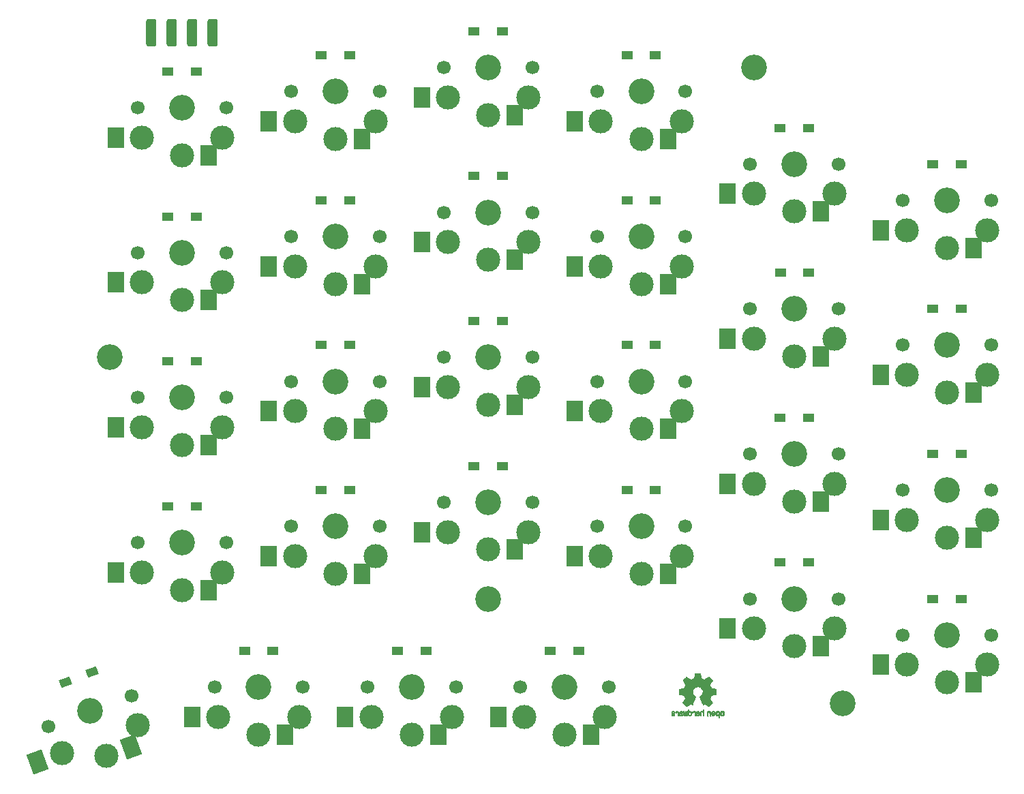
<source format=gbs>
%TF.GenerationSoftware,KiCad,Pcbnew,(7.0.0-0)*%
%TF.CreationDate,2023-03-08T00:10:09+08:00*%
%TF.ProjectId,Input,496e7075-742e-46b6-9963-61645f706362,1*%
%TF.SameCoordinates,PX7bfa480PY6052340*%
%TF.FileFunction,Soldermask,Bot*%
%TF.FilePolarity,Negative*%
%FSLAX46Y46*%
G04 Gerber Fmt 4.6, Leading zero omitted, Abs format (unit mm)*
G04 Created by KiCad (PCBNEW (7.0.0-0)) date 2023-03-08 00:10:09*
%MOMM*%
%LPD*%
G01*
G04 APERTURE LIST*
G04 Aperture macros list*
%AMRoundRect*
0 Rectangle with rounded corners*
0 $1 Rounding radius*
0 $2 $3 $4 $5 $6 $7 $8 $9 X,Y pos of 4 corners*
0 Add a 4 corners polygon primitive as box body*
4,1,4,$2,$3,$4,$5,$6,$7,$8,$9,$2,$3,0*
0 Add four circle primitives for the rounded corners*
1,1,$1+$1,$2,$3*
1,1,$1+$1,$4,$5*
1,1,$1+$1,$6,$7*
1,1,$1+$1,$8,$9*
0 Add four rect primitives between the rounded corners*
20,1,$1+$1,$2,$3,$4,$5,0*
20,1,$1+$1,$4,$5,$6,$7,0*
20,1,$1+$1,$6,$7,$8,$9,0*
20,1,$1+$1,$8,$9,$2,$3,0*%
%AMRotRect*
0 Rectangle, with rotation*
0 The origin of the aperture is its center*
0 $1 length*
0 $2 width*
0 $3 Rotation angle, in degrees counterclockwise*
0 Add horizontal line*
21,1,$1,$2,0,0,$3*%
G04 Aperture macros list end*
%ADD10C,0.010000*%
%ADD11C,3.000000*%
%ADD12C,3.200000*%
%ADD13RoundRect,0.317500X0.317500X1.397000X-0.317500X1.397000X-0.317500X-1.397000X0.317500X-1.397000X0*%
%ADD14C,1.700000*%
%ADD15R,2.000000X2.600000*%
%ADD16R,1.400000X1.000000*%
%ADD17RotRect,2.000000X2.600000X20.000000*%
%ADD18RotRect,1.400000X1.000000X200.000000*%
G04 APERTURE END LIST*
%TO.C,REF\u002A\u002A*%
G36*
X61482829Y-38951097D02*
G01*
X61542753Y-38973355D01*
X61567673Y-38990080D01*
X61592910Y-39014043D01*
X61610912Y-39044526D01*
X61622858Y-39086023D01*
X61629930Y-39143032D01*
X61633308Y-39220047D01*
X61634171Y-39321565D01*
X61634002Y-39374027D01*
X61633153Y-39445715D01*
X61631711Y-39502925D01*
X61629814Y-39540809D01*
X61627597Y-39554514D01*
X61613172Y-39549981D01*
X61584054Y-39537670D01*
X61583181Y-39537272D01*
X61568060Y-39529356D01*
X61557891Y-39518495D01*
X61551691Y-39499471D01*
X61548478Y-39467069D01*
X61547270Y-39416071D01*
X61547086Y-39341261D01*
X61546714Y-39293804D01*
X61542750Y-39204615D01*
X61533673Y-39139287D01*
X61518524Y-39094393D01*
X61496345Y-39066507D01*
X61466175Y-39052203D01*
X61461990Y-39051206D01*
X61405480Y-39050427D01*
X61361410Y-39075744D01*
X61330972Y-39126502D01*
X61325544Y-39141175D01*
X61313171Y-39173649D01*
X61306905Y-39188572D01*
X61294036Y-39186516D01*
X61265933Y-39175357D01*
X61239721Y-39156927D01*
X61227771Y-39122098D01*
X61231336Y-39097151D01*
X61253235Y-39046547D01*
X61288644Y-38999128D01*
X61330052Y-38966334D01*
X61347400Y-38958752D01*
X61413089Y-38946076D01*
X61482829Y-38951097D01*
G37*
D10*
X61482829Y-38951097D02*
X61542753Y-38973355D01*
X61567673Y-38990080D01*
X61592910Y-39014043D01*
X61610912Y-39044526D01*
X61622858Y-39086023D01*
X61629930Y-39143032D01*
X61633308Y-39220047D01*
X61634171Y-39321565D01*
X61634002Y-39374027D01*
X61633153Y-39445715D01*
X61631711Y-39502925D01*
X61629814Y-39540809D01*
X61627597Y-39554514D01*
X61613172Y-39549981D01*
X61584054Y-39537670D01*
X61583181Y-39537272D01*
X61568060Y-39529356D01*
X61557891Y-39518495D01*
X61551691Y-39499471D01*
X61548478Y-39467069D01*
X61547270Y-39416071D01*
X61547086Y-39341261D01*
X61546714Y-39293804D01*
X61542750Y-39204615D01*
X61533673Y-39139287D01*
X61518524Y-39094393D01*
X61496345Y-39066507D01*
X61466175Y-39052203D01*
X61461990Y-39051206D01*
X61405480Y-39050427D01*
X61361410Y-39075744D01*
X61330972Y-39126502D01*
X61325544Y-39141175D01*
X61313171Y-39173649D01*
X61306905Y-39188572D01*
X61294036Y-39186516D01*
X61265933Y-39175357D01*
X61239721Y-39156927D01*
X61227771Y-39122098D01*
X61231336Y-39097151D01*
X61253235Y-39046547D01*
X61288644Y-38999128D01*
X61330052Y-38966334D01*
X61347400Y-38958752D01*
X61413089Y-38946076D01*
X61482829Y-38951097D01*
G36*
X65431020Y-38917822D02*
G01*
X65498810Y-38949680D01*
X65554366Y-39004770D01*
X65565881Y-39022016D01*
X65575432Y-39041562D01*
X65582206Y-39066198D01*
X65586819Y-39100711D01*
X65589888Y-39149889D01*
X65592029Y-39218519D01*
X65593859Y-39311389D01*
X65598404Y-39569007D01*
X65560225Y-39554491D01*
X65525268Y-39541156D01*
X65499097Y-39528323D01*
X65482013Y-39511780D01*
X65472086Y-39486465D01*
X65467386Y-39447316D01*
X65465982Y-39389268D01*
X65465943Y-39307261D01*
X65465744Y-39241895D01*
X65464559Y-39179173D01*
X65461729Y-39136334D01*
X65456609Y-39108220D01*
X65448553Y-39089675D01*
X65436914Y-39075543D01*
X65408303Y-39055600D01*
X65360239Y-39048083D01*
X65312688Y-39067079D01*
X65309550Y-39069511D01*
X65299769Y-39080748D01*
X65292553Y-39098770D01*
X65287299Y-39128026D01*
X65283402Y-39172962D01*
X65280256Y-39238028D01*
X65277257Y-39327670D01*
X65270000Y-39567697D01*
X65208314Y-39540044D01*
X65146629Y-39512391D01*
X65146629Y-39293246D01*
X65146884Y-39233711D01*
X65149086Y-39150892D01*
X65154661Y-39089227D01*
X65164941Y-39043748D01*
X65181258Y-39009484D01*
X65204943Y-38981466D01*
X65237328Y-38954723D01*
X65283907Y-38927780D01*
X65357287Y-38910191D01*
X65431020Y-38917822D01*
G37*
X65431020Y-38917822D02*
X65498810Y-38949680D01*
X65554366Y-39004770D01*
X65565881Y-39022016D01*
X65575432Y-39041562D01*
X65582206Y-39066198D01*
X65586819Y-39100711D01*
X65589888Y-39149889D01*
X65592029Y-39218519D01*
X65593859Y-39311389D01*
X65598404Y-39569007D01*
X65560225Y-39554491D01*
X65525268Y-39541156D01*
X65499097Y-39528323D01*
X65482013Y-39511780D01*
X65472086Y-39486465D01*
X65467386Y-39447316D01*
X65465982Y-39389268D01*
X65465943Y-39307261D01*
X65465744Y-39241895D01*
X65464559Y-39179173D01*
X65461729Y-39136334D01*
X65456609Y-39108220D01*
X65448553Y-39089675D01*
X65436914Y-39075543D01*
X65408303Y-39055600D01*
X65360239Y-39048083D01*
X65312688Y-39067079D01*
X65309550Y-39069511D01*
X65299769Y-39080748D01*
X65292553Y-39098770D01*
X65287299Y-39128026D01*
X65283402Y-39172962D01*
X65280256Y-39238028D01*
X65277257Y-39327670D01*
X65270000Y-39567697D01*
X65208314Y-39540044D01*
X65146629Y-39512391D01*
X65146629Y-39293246D01*
X65146884Y-39233711D01*
X65149086Y-39150892D01*
X65154661Y-39089227D01*
X65164941Y-39043748D01*
X65181258Y-39009484D01*
X65204943Y-38981466D01*
X65237328Y-38954723D01*
X65283907Y-38927780D01*
X65357287Y-38910191D01*
X65431020Y-38917822D01*
G36*
X63607691Y-38966467D02*
G01*
X63612273Y-38969003D01*
X63649704Y-38998057D01*
X63683170Y-39035410D01*
X63689007Y-39043852D01*
X63700165Y-39063553D01*
X63708136Y-39086935D01*
X63713618Y-39119067D01*
X63717307Y-39165019D01*
X63719899Y-39229859D01*
X63722092Y-39318657D01*
X63722402Y-39333669D01*
X63723400Y-39430999D01*
X63721994Y-39499934D01*
X63718164Y-39540948D01*
X63711889Y-39554514D01*
X63692898Y-39550452D01*
X63660638Y-39538144D01*
X63653041Y-39534545D01*
X63641176Y-39526398D01*
X63632994Y-39513004D01*
X63627643Y-39489608D01*
X63624269Y-39451455D01*
X63622019Y-39393790D01*
X63620040Y-39311857D01*
X63619498Y-39287907D01*
X63617403Y-39212266D01*
X63614683Y-39159328D01*
X63610515Y-39124075D01*
X63604079Y-39101487D01*
X63594550Y-39086544D01*
X63581106Y-39074227D01*
X63541305Y-39052634D01*
X63492341Y-39048476D01*
X63448529Y-39064999D01*
X63417008Y-39099210D01*
X63404914Y-39148114D01*
X63404578Y-39161407D01*
X63397972Y-39185472D01*
X63378470Y-39189144D01*
X63340283Y-39174813D01*
X63331438Y-39170217D01*
X63307534Y-39143186D01*
X63307061Y-39102994D01*
X63329836Y-39047409D01*
X63350727Y-39017117D01*
X63404142Y-38974084D01*
X63470074Y-38949755D01*
X63540574Y-38946443D01*
X63607691Y-38966467D01*
G37*
X63607691Y-38966467D02*
X63612273Y-38969003D01*
X63649704Y-38998057D01*
X63683170Y-39035410D01*
X63689007Y-39043852D01*
X63700165Y-39063553D01*
X63708136Y-39086935D01*
X63713618Y-39119067D01*
X63717307Y-39165019D01*
X63719899Y-39229859D01*
X63722092Y-39318657D01*
X63722402Y-39333669D01*
X63723400Y-39430999D01*
X63721994Y-39499934D01*
X63718164Y-39540948D01*
X63711889Y-39554514D01*
X63692898Y-39550452D01*
X63660638Y-39538144D01*
X63653041Y-39534545D01*
X63641176Y-39526398D01*
X63632994Y-39513004D01*
X63627643Y-39489608D01*
X63624269Y-39451455D01*
X63622019Y-39393790D01*
X63620040Y-39311857D01*
X63619498Y-39287907D01*
X63617403Y-39212266D01*
X63614683Y-39159328D01*
X63610515Y-39124075D01*
X63604079Y-39101487D01*
X63594550Y-39086544D01*
X63581106Y-39074227D01*
X63541305Y-39052634D01*
X63492341Y-39048476D01*
X63448529Y-39064999D01*
X63417008Y-39099210D01*
X63404914Y-39148114D01*
X63404578Y-39161407D01*
X63397972Y-39185472D01*
X63378470Y-39189144D01*
X63340283Y-39174813D01*
X63331438Y-39170217D01*
X63307534Y-39143186D01*
X63307061Y-39102994D01*
X63329836Y-39047409D01*
X63350727Y-39017117D01*
X63404142Y-38974084D01*
X63470074Y-38949755D01*
X63540574Y-38946443D01*
X63607691Y-38966467D01*
G36*
X64678543Y-38749444D02*
G01*
X64725714Y-38769342D01*
X64725714Y-39166509D01*
X64725519Y-39269498D01*
X64724998Y-39362141D01*
X64724199Y-39440700D01*
X64723172Y-39501439D01*
X64721963Y-39540623D01*
X64720623Y-39554514D01*
X64720099Y-39554468D01*
X64702287Y-39549420D01*
X64669823Y-39538580D01*
X64624114Y-39522646D01*
X64624114Y-39318173D01*
X64623824Y-39237832D01*
X64622474Y-39179562D01*
X64619369Y-39139909D01*
X64613812Y-39113618D01*
X64605107Y-39095436D01*
X64592556Y-39080107D01*
X64583999Y-39071955D01*
X64537728Y-39049375D01*
X64486728Y-39051375D01*
X64439993Y-39078073D01*
X64433189Y-39084698D01*
X64422293Y-39098456D01*
X64414836Y-39116642D01*
X64410169Y-39144177D01*
X64407642Y-39185981D01*
X64406602Y-39246973D01*
X64406400Y-39332073D01*
X64406303Y-39375234D01*
X64405674Y-39446224D01*
X64404556Y-39503076D01*
X64403063Y-39540828D01*
X64401309Y-39554514D01*
X64400785Y-39554468D01*
X64382973Y-39549420D01*
X64350509Y-39538580D01*
X64304800Y-39522646D01*
X64304823Y-39317237D01*
X64304857Y-39298951D01*
X64306778Y-39203626D01*
X64312678Y-39131543D01*
X64324001Y-39077813D01*
X64342187Y-39037549D01*
X64368679Y-39005861D01*
X64404918Y-38977861D01*
X64440263Y-38960333D01*
X64496773Y-38946785D01*
X64552356Y-38946015D01*
X64595086Y-38959195D01*
X64598298Y-38961015D01*
X64608205Y-38960820D01*
X64614975Y-38945572D01*
X64619861Y-38910613D01*
X64624114Y-38851289D01*
X64631371Y-38729547D01*
X64678543Y-38749444D01*
G37*
X64678543Y-38749444D02*
X64725714Y-38769342D01*
X64725714Y-39166509D01*
X64725519Y-39269498D01*
X64724998Y-39362141D01*
X64724199Y-39440700D01*
X64723172Y-39501439D01*
X64721963Y-39540623D01*
X64720623Y-39554514D01*
X64720099Y-39554468D01*
X64702287Y-39549420D01*
X64669823Y-39538580D01*
X64624114Y-39522646D01*
X64624114Y-39318173D01*
X64623824Y-39237832D01*
X64622474Y-39179562D01*
X64619369Y-39139909D01*
X64613812Y-39113618D01*
X64605107Y-39095436D01*
X64592556Y-39080107D01*
X64583999Y-39071955D01*
X64537728Y-39049375D01*
X64486728Y-39051375D01*
X64439993Y-39078073D01*
X64433189Y-39084698D01*
X64422293Y-39098456D01*
X64414836Y-39116642D01*
X64410169Y-39144177D01*
X64407642Y-39185981D01*
X64406602Y-39246973D01*
X64406400Y-39332073D01*
X64406303Y-39375234D01*
X64405674Y-39446224D01*
X64404556Y-39503076D01*
X64403063Y-39540828D01*
X64401309Y-39554514D01*
X64400785Y-39554468D01*
X64382973Y-39549420D01*
X64350509Y-39538580D01*
X64304800Y-39522646D01*
X64304823Y-39317237D01*
X64304857Y-39298951D01*
X64306778Y-39203626D01*
X64312678Y-39131543D01*
X64324001Y-39077813D01*
X64342187Y-39037549D01*
X64368679Y-39005861D01*
X64404918Y-38977861D01*
X64440263Y-38960333D01*
X64496773Y-38946785D01*
X64552356Y-38946015D01*
X64595086Y-38959195D01*
X64598298Y-38961015D01*
X64608205Y-38960820D01*
X64614975Y-38945572D01*
X64619861Y-38910613D01*
X64624114Y-38851289D01*
X64631371Y-38729547D01*
X64678543Y-38749444D01*
G36*
X62653941Y-38949282D02*
G01*
X62685774Y-38961758D01*
X62722743Y-38978602D01*
X62722743Y-39465196D01*
X62676812Y-39511127D01*
X62666320Y-39521427D01*
X62637255Y-39544320D01*
X62607943Y-39551735D01*
X62564326Y-39548321D01*
X62546568Y-39546114D01*
X62500767Y-39541445D01*
X62468743Y-39539585D01*
X62459244Y-39539869D01*
X62420274Y-39542948D01*
X62373160Y-39548321D01*
X62358085Y-39550168D01*
X62320110Y-39550893D01*
X62292325Y-39539429D01*
X62260674Y-39511127D01*
X62214743Y-39465196D01*
X62214743Y-39205055D01*
X62215101Y-39128180D01*
X62216216Y-39054886D01*
X62217952Y-38996850D01*
X62220167Y-38958663D01*
X62222721Y-38944914D01*
X62223256Y-38944951D01*
X62241808Y-38951793D01*
X62273153Y-38966868D01*
X62315608Y-38988822D01*
X62319604Y-39217240D01*
X62323600Y-39445657D01*
X62410686Y-39445657D01*
X62414657Y-39195286D01*
X62415916Y-39127227D01*
X62417718Y-39054482D01*
X62419671Y-38996730D01*
X62421612Y-38958648D01*
X62423377Y-38944914D01*
X62423885Y-38944962D01*
X62441482Y-38950015D01*
X62473834Y-38960849D01*
X62519543Y-38976783D01*
X62519765Y-39196706D01*
X62519988Y-39234909D01*
X62521531Y-39309146D01*
X62524292Y-39371145D01*
X62527977Y-39415308D01*
X62532292Y-39436041D01*
X62547732Y-39447131D01*
X62579241Y-39450556D01*
X62613886Y-39445657D01*
X62617857Y-39195286D01*
X62619278Y-39131663D01*
X62622225Y-39056356D01*
X62626079Y-38997286D01*
X62630542Y-38958718D01*
X62635317Y-38944914D01*
X62653941Y-38949282D01*
G37*
X62653941Y-38949282D02*
X62685774Y-38961758D01*
X62722743Y-38978602D01*
X62722743Y-39465196D01*
X62676812Y-39511127D01*
X62666320Y-39521427D01*
X62637255Y-39544320D01*
X62607943Y-39551735D01*
X62564326Y-39548321D01*
X62546568Y-39546114D01*
X62500767Y-39541445D01*
X62468743Y-39539585D01*
X62459244Y-39539869D01*
X62420274Y-39542948D01*
X62373160Y-39548321D01*
X62358085Y-39550168D01*
X62320110Y-39550893D01*
X62292325Y-39539429D01*
X62260674Y-39511127D01*
X62214743Y-39465196D01*
X62214743Y-39205055D01*
X62215101Y-39128180D01*
X62216216Y-39054886D01*
X62217952Y-38996850D01*
X62220167Y-38958663D01*
X62222721Y-38944914D01*
X62223256Y-38944951D01*
X62241808Y-38951793D01*
X62273153Y-38966868D01*
X62315608Y-38988822D01*
X62319604Y-39217240D01*
X62323600Y-39445657D01*
X62410686Y-39445657D01*
X62414657Y-39195286D01*
X62415916Y-39127227D01*
X62417718Y-39054482D01*
X62419671Y-38996730D01*
X62421612Y-38958648D01*
X62423377Y-38944914D01*
X62423885Y-38944962D01*
X62441482Y-38950015D01*
X62473834Y-38960849D01*
X62519543Y-38976783D01*
X62519765Y-39196706D01*
X62519988Y-39234909D01*
X62521531Y-39309146D01*
X62524292Y-39371145D01*
X62527977Y-39415308D01*
X62532292Y-39436041D01*
X62547732Y-39447131D01*
X62579241Y-39450556D01*
X62613886Y-39445657D01*
X62617857Y-39195286D01*
X62619278Y-39131663D01*
X62622225Y-39056356D01*
X62626079Y-38997286D01*
X62630542Y-38958718D01*
X62635317Y-38944914D01*
X62653941Y-38949282D01*
G36*
X67265678Y-39230192D02*
G01*
X67265714Y-39235200D01*
X67265701Y-39250935D01*
X67264914Y-39321119D01*
X67262210Y-39370022D01*
X67256606Y-39404178D01*
X67247119Y-39430124D01*
X67232768Y-39454397D01*
X67229237Y-39459433D01*
X67191878Y-39499143D01*
X67149311Y-39529092D01*
X67127452Y-39538810D01*
X67048908Y-39555020D01*
X66971231Y-39544535D01*
X66899645Y-39508707D01*
X66839374Y-39448887D01*
X66834286Y-39440873D01*
X66817730Y-39394342D01*
X66806573Y-39329552D01*
X66801160Y-39254727D01*
X66801768Y-39185513D01*
X66948248Y-39185513D01*
X66949402Y-39281399D01*
X66949866Y-39287569D01*
X66956629Y-39340478D01*
X66968671Y-39374029D01*
X66989005Y-39397016D01*
X67023097Y-39418548D01*
X67056814Y-39419680D01*
X67091543Y-39394857D01*
X67097584Y-39388325D01*
X67109417Y-39368779D01*
X67116404Y-39340386D01*
X67119727Y-39296430D01*
X67120571Y-39230192D01*
X67119125Y-39168150D01*
X67111907Y-39109042D01*
X67097006Y-39071686D01*
X67072636Y-39052152D01*
X67037008Y-39046514D01*
X67023440Y-39047635D01*
X66985430Y-39068194D01*
X66960312Y-39114299D01*
X66948248Y-39185513D01*
X66801768Y-39185513D01*
X66801833Y-39178096D01*
X66808937Y-39107882D01*
X66822815Y-39052312D01*
X66840649Y-39015301D01*
X66890855Y-38957733D01*
X66958885Y-38921962D01*
X67042158Y-38909665D01*
X67064398Y-38910331D01*
X67129891Y-38923947D01*
X67183687Y-38958249D01*
X67233057Y-39017338D01*
X67235995Y-39021722D01*
X67249287Y-39045299D01*
X67257932Y-39071949D01*
X67262904Y-39108159D01*
X67265174Y-39160413D01*
X67265678Y-39230192D01*
G37*
X67265678Y-39230192D02*
X67265714Y-39235200D01*
X67265701Y-39250935D01*
X67264914Y-39321119D01*
X67262210Y-39370022D01*
X67256606Y-39404178D01*
X67247119Y-39430124D01*
X67232768Y-39454397D01*
X67229237Y-39459433D01*
X67191878Y-39499143D01*
X67149311Y-39529092D01*
X67127452Y-39538810D01*
X67048908Y-39555020D01*
X66971231Y-39544535D01*
X66899645Y-39508707D01*
X66839374Y-39448887D01*
X66834286Y-39440873D01*
X66817730Y-39394342D01*
X66806573Y-39329552D01*
X66801160Y-39254727D01*
X66801768Y-39185513D01*
X66948248Y-39185513D01*
X66949402Y-39281399D01*
X66949866Y-39287569D01*
X66956629Y-39340478D01*
X66968671Y-39374029D01*
X66989005Y-39397016D01*
X67023097Y-39418548D01*
X67056814Y-39419680D01*
X67091543Y-39394857D01*
X67097584Y-39388325D01*
X67109417Y-39368779D01*
X67116404Y-39340386D01*
X67119727Y-39296430D01*
X67120571Y-39230192D01*
X67119125Y-39168150D01*
X67111907Y-39109042D01*
X67097006Y-39071686D01*
X67072636Y-39052152D01*
X67037008Y-39046514D01*
X67023440Y-39047635D01*
X66985430Y-39068194D01*
X66960312Y-39114299D01*
X66948248Y-39185513D01*
X66801768Y-39185513D01*
X66801833Y-39178096D01*
X66808937Y-39107882D01*
X66822815Y-39052312D01*
X66840649Y-39015301D01*
X66890855Y-38957733D01*
X66958885Y-38921962D01*
X67042158Y-38909665D01*
X67064398Y-38910331D01*
X67129891Y-38923947D01*
X67183687Y-38958249D01*
X67233057Y-39017338D01*
X67235995Y-39021722D01*
X67249287Y-39045299D01*
X67257932Y-39071949D01*
X67262904Y-39108159D01*
X67265174Y-39160413D01*
X67265678Y-39230192D01*
G36*
X61139628Y-39206247D02*
G01*
X61140590Y-39252622D01*
X61140307Y-39291305D01*
X61136762Y-39367521D01*
X61127483Y-39423294D01*
X61110375Y-39464613D01*
X61083344Y-39497467D01*
X61044292Y-39527846D01*
X61019445Y-39541660D01*
X60979615Y-39550965D01*
X60923665Y-39550230D01*
X60892385Y-39547283D01*
X60854653Y-39538283D01*
X60824494Y-39518720D01*
X60789408Y-39482267D01*
X60784720Y-39476943D01*
X60753177Y-39435969D01*
X60738128Y-39400283D01*
X60734286Y-39357966D01*
X60734286Y-39295779D01*
X60777742Y-39312182D01*
X60809424Y-39331356D01*
X60836962Y-39376347D01*
X60842711Y-39390752D01*
X60874855Y-39431546D01*
X60918611Y-39452081D01*
X60966254Y-39450235D01*
X61010057Y-39423886D01*
X61025111Y-39407455D01*
X61038763Y-39382667D01*
X61034493Y-39360144D01*
X61009916Y-39336964D01*
X60962651Y-39310202D01*
X60890314Y-39276934D01*
X60741543Y-39211816D01*
X60737595Y-39147308D01*
X60739079Y-39106220D01*
X60836010Y-39106220D01*
X60843368Y-39131657D01*
X60876848Y-39158814D01*
X60937614Y-39189714D01*
X60947669Y-39194190D01*
X60995751Y-39215017D01*
X61031726Y-39229665D01*
X61048444Y-39235200D01*
X61050977Y-39231126D01*
X61051993Y-39206247D01*
X61048369Y-39166257D01*
X61039242Y-39127152D01*
X61010773Y-39077884D01*
X60969678Y-39050122D01*
X60920590Y-39046364D01*
X60868144Y-39069109D01*
X60853609Y-39080481D01*
X60836010Y-39106220D01*
X60739079Y-39106220D01*
X60739338Y-39099064D01*
X60761281Y-39038096D01*
X60788979Y-39004497D01*
X60846405Y-38966966D01*
X60914527Y-38948006D01*
X60984947Y-38949507D01*
X61049267Y-38973355D01*
X61063426Y-38982513D01*
X61095904Y-39010849D01*
X61118116Y-39046695D01*
X61131804Y-39095384D01*
X61138715Y-39162249D01*
X61139628Y-39206247D01*
G37*
X61139628Y-39206247D02*
X61140590Y-39252622D01*
X61140307Y-39291305D01*
X61136762Y-39367521D01*
X61127483Y-39423294D01*
X61110375Y-39464613D01*
X61083344Y-39497467D01*
X61044292Y-39527846D01*
X61019445Y-39541660D01*
X60979615Y-39550965D01*
X60923665Y-39550230D01*
X60892385Y-39547283D01*
X60854653Y-39538283D01*
X60824494Y-39518720D01*
X60789408Y-39482267D01*
X60784720Y-39476943D01*
X60753177Y-39435969D01*
X60738128Y-39400283D01*
X60734286Y-39357966D01*
X60734286Y-39295779D01*
X60777742Y-39312182D01*
X60809424Y-39331356D01*
X60836962Y-39376347D01*
X60842711Y-39390752D01*
X60874855Y-39431546D01*
X60918611Y-39452081D01*
X60966254Y-39450235D01*
X61010057Y-39423886D01*
X61025111Y-39407455D01*
X61038763Y-39382667D01*
X61034493Y-39360144D01*
X61009916Y-39336964D01*
X60962651Y-39310202D01*
X60890314Y-39276934D01*
X60741543Y-39211816D01*
X60737595Y-39147308D01*
X60739079Y-39106220D01*
X60836010Y-39106220D01*
X60843368Y-39131657D01*
X60876848Y-39158814D01*
X60937614Y-39189714D01*
X60947669Y-39194190D01*
X60995751Y-39215017D01*
X61031726Y-39229665D01*
X61048444Y-39235200D01*
X61050977Y-39231126D01*
X61051993Y-39206247D01*
X61048369Y-39166257D01*
X61039242Y-39127152D01*
X61010773Y-39077884D01*
X60969678Y-39050122D01*
X60920590Y-39046364D01*
X60868144Y-39069109D01*
X60853609Y-39080481D01*
X60836010Y-39106220D01*
X60739079Y-39106220D01*
X60739338Y-39099064D01*
X60761281Y-39038096D01*
X60788979Y-39004497D01*
X60846405Y-38966966D01*
X60914527Y-38948006D01*
X60984947Y-38949507D01*
X61049267Y-38973355D01*
X61063426Y-38982513D01*
X61095904Y-39010849D01*
X61118116Y-39046695D01*
X61131804Y-39095384D01*
X61138715Y-39162249D01*
X61139628Y-39206247D01*
G36*
X63230542Y-39245647D02*
G01*
X63230698Y-39249714D01*
X63229537Y-39306313D01*
X63221345Y-39383462D01*
X63203519Y-39441276D01*
X63173975Y-39485422D01*
X63130625Y-39521568D01*
X63089332Y-39542463D01*
X63019987Y-39554090D01*
X62950736Y-39541377D01*
X62888145Y-39505945D01*
X62838779Y-39449418D01*
X62832818Y-39438995D01*
X62824945Y-39420733D01*
X62819106Y-39397429D01*
X62814999Y-39365085D01*
X62812325Y-39319704D01*
X62810781Y-39257287D01*
X62810734Y-39251748D01*
X62911429Y-39251748D01*
X62911772Y-39304577D01*
X62913942Y-39352362D01*
X62919307Y-39383209D01*
X62929217Y-39403935D01*
X62945021Y-39421356D01*
X62948724Y-39424705D01*
X62996299Y-39449419D01*
X63046635Y-39446890D01*
X63093517Y-39417288D01*
X63107477Y-39401953D01*
X63119160Y-39381622D01*
X63125686Y-39353514D01*
X63128524Y-39310550D01*
X63129143Y-39245647D01*
X63128837Y-39196122D01*
X63126722Y-39147782D01*
X63121390Y-39116587D01*
X63111460Y-39095647D01*
X63095550Y-39078073D01*
X63086204Y-39070159D01*
X63037776Y-39048843D01*
X62987040Y-39052198D01*
X62942987Y-39080107D01*
X62933504Y-39091173D01*
X62921939Y-39112009D01*
X62915252Y-39141106D01*
X62912173Y-39185381D01*
X62911429Y-39251748D01*
X62810734Y-39251748D01*
X62810067Y-39173837D01*
X62809883Y-39065358D01*
X62809829Y-38728601D01*
X62857000Y-38748362D01*
X62869472Y-38753770D01*
X62889324Y-38765985D01*
X62900687Y-38784482D01*
X62906933Y-38816829D01*
X62911429Y-38870593D01*
X62915535Y-38918866D01*
X62920963Y-38950557D01*
X62928739Y-38962383D01*
X62940457Y-38959212D01*
X62970318Y-38948067D01*
X63023684Y-38945304D01*
X63081093Y-38955625D01*
X63130625Y-38977861D01*
X63157876Y-38998443D01*
X63192865Y-39038600D01*
X63215274Y-39090086D01*
X63227190Y-39158568D01*
X63230542Y-39245647D01*
G37*
X63230542Y-39245647D02*
X63230698Y-39249714D01*
X63229537Y-39306313D01*
X63221345Y-39383462D01*
X63203519Y-39441276D01*
X63173975Y-39485422D01*
X63130625Y-39521568D01*
X63089332Y-39542463D01*
X63019987Y-39554090D01*
X62950736Y-39541377D01*
X62888145Y-39505945D01*
X62838779Y-39449418D01*
X62832818Y-39438995D01*
X62824945Y-39420733D01*
X62819106Y-39397429D01*
X62814999Y-39365085D01*
X62812325Y-39319704D01*
X62810781Y-39257287D01*
X62810734Y-39251748D01*
X62911429Y-39251748D01*
X62911772Y-39304577D01*
X62913942Y-39352362D01*
X62919307Y-39383209D01*
X62929217Y-39403935D01*
X62945021Y-39421356D01*
X62948724Y-39424705D01*
X62996299Y-39449419D01*
X63046635Y-39446890D01*
X63093517Y-39417288D01*
X63107477Y-39401953D01*
X63119160Y-39381622D01*
X63125686Y-39353514D01*
X63128524Y-39310550D01*
X63129143Y-39245647D01*
X63128837Y-39196122D01*
X63126722Y-39147782D01*
X63121390Y-39116587D01*
X63111460Y-39095647D01*
X63095550Y-39078073D01*
X63086204Y-39070159D01*
X63037776Y-39048843D01*
X62987040Y-39052198D01*
X62942987Y-39080107D01*
X62933504Y-39091173D01*
X62921939Y-39112009D01*
X62915252Y-39141106D01*
X62912173Y-39185381D01*
X62911429Y-39251748D01*
X62810734Y-39251748D01*
X62810067Y-39173837D01*
X62809883Y-39065358D01*
X62809829Y-38728601D01*
X62857000Y-38748362D01*
X62869472Y-38753770D01*
X62889324Y-38765985D01*
X62900687Y-38784482D01*
X62906933Y-38816829D01*
X62911429Y-38870593D01*
X62915535Y-38918866D01*
X62920963Y-38950557D01*
X62928739Y-38962383D01*
X62940457Y-38959212D01*
X62970318Y-38948067D01*
X63023684Y-38945304D01*
X63081093Y-38955625D01*
X63130625Y-38977861D01*
X63157876Y-38998443D01*
X63192865Y-39038600D01*
X63215274Y-39090086D01*
X63227190Y-39158568D01*
X63230542Y-39245647D01*
G36*
X66156767Y-39142748D02*
G01*
X66162299Y-39194055D01*
X66157684Y-39304078D01*
X66155078Y-39327387D01*
X66135660Y-39410352D01*
X66100573Y-39473448D01*
X66047212Y-39521808D01*
X66044196Y-39523804D01*
X65976362Y-39552185D01*
X65905535Y-39554711D01*
X65837289Y-39533097D01*
X65777196Y-39489062D01*
X65730829Y-39424322D01*
X65730050Y-39422761D01*
X65714643Y-39382558D01*
X65703357Y-39336866D01*
X65697370Y-39293972D01*
X65697861Y-39262160D01*
X65706007Y-39249714D01*
X65713244Y-39250471D01*
X65747851Y-39264235D01*
X65787078Y-39289546D01*
X65820448Y-39318845D01*
X65837483Y-39344572D01*
X65855192Y-39379471D01*
X65891485Y-39411212D01*
X65933630Y-39423886D01*
X65949077Y-39420221D01*
X65979569Y-39401774D01*
X66006128Y-39376166D01*
X66017486Y-39352934D01*
X66017482Y-39352848D01*
X66004596Y-39342179D01*
X65970241Y-39322933D01*
X65919593Y-39297813D01*
X65857829Y-39269524D01*
X65857489Y-39269374D01*
X65790388Y-39239498D01*
X65745411Y-39217973D01*
X65718145Y-39201437D01*
X65704178Y-39186531D01*
X65699097Y-39169893D01*
X65698490Y-39148162D01*
X65702712Y-39107013D01*
X65846000Y-39107013D01*
X65860791Y-39119949D01*
X65897644Y-39139333D01*
X65898725Y-39139881D01*
X65942205Y-39160587D01*
X65981102Y-39177105D01*
X66005778Y-39184093D01*
X66015676Y-39174753D01*
X66017486Y-39142748D01*
X66009966Y-39102915D01*
X65983897Y-39066717D01*
X65946154Y-39047950D01*
X65904077Y-39049845D01*
X65865005Y-39075632D01*
X65849647Y-39093451D01*
X65846000Y-39107013D01*
X65702712Y-39107013D01*
X65703833Y-39096086D01*
X65730251Y-39025335D01*
X65774473Y-38969735D01*
X65831697Y-38931239D01*
X65897120Y-38911797D01*
X65965937Y-38913359D01*
X66033347Y-38937878D01*
X66094544Y-38987302D01*
X66128450Y-39036212D01*
X66152806Y-39106027D01*
X66156767Y-39142748D01*
G37*
X66156767Y-39142748D02*
X66162299Y-39194055D01*
X66157684Y-39304078D01*
X66155078Y-39327387D01*
X66135660Y-39410352D01*
X66100573Y-39473448D01*
X66047212Y-39521808D01*
X66044196Y-39523804D01*
X65976362Y-39552185D01*
X65905535Y-39554711D01*
X65837289Y-39533097D01*
X65777196Y-39489062D01*
X65730829Y-39424322D01*
X65730050Y-39422761D01*
X65714643Y-39382558D01*
X65703357Y-39336866D01*
X65697370Y-39293972D01*
X65697861Y-39262160D01*
X65706007Y-39249714D01*
X65713244Y-39250471D01*
X65747851Y-39264235D01*
X65787078Y-39289546D01*
X65820448Y-39318845D01*
X65837483Y-39344572D01*
X65855192Y-39379471D01*
X65891485Y-39411212D01*
X65933630Y-39423886D01*
X65949077Y-39420221D01*
X65979569Y-39401774D01*
X66006128Y-39376166D01*
X66017486Y-39352934D01*
X66017482Y-39352848D01*
X66004596Y-39342179D01*
X65970241Y-39322933D01*
X65919593Y-39297813D01*
X65857829Y-39269524D01*
X65857489Y-39269374D01*
X65790388Y-39239498D01*
X65745411Y-39217973D01*
X65718145Y-39201437D01*
X65704178Y-39186531D01*
X65699097Y-39169893D01*
X65698490Y-39148162D01*
X65702712Y-39107013D01*
X65846000Y-39107013D01*
X65860791Y-39119949D01*
X65897644Y-39139333D01*
X65898725Y-39139881D01*
X65942205Y-39160587D01*
X65981102Y-39177105D01*
X66005778Y-39184093D01*
X66015676Y-39174753D01*
X66017486Y-39142748D01*
X66009966Y-39102915D01*
X65983897Y-39066717D01*
X65946154Y-39047950D01*
X65904077Y-39049845D01*
X65865005Y-39075632D01*
X65849647Y-39093451D01*
X65846000Y-39107013D01*
X65702712Y-39107013D01*
X65703833Y-39096086D01*
X65730251Y-39025335D01*
X65774473Y-38969735D01*
X65831697Y-38931239D01*
X65897120Y-38911797D01*
X65965937Y-38913359D01*
X66033347Y-38937878D01*
X66094544Y-38987302D01*
X66128450Y-39036212D01*
X66152806Y-39106027D01*
X66156767Y-39142748D01*
G36*
X64089483Y-38960569D02*
G01*
X64139376Y-38989661D01*
X64161325Y-39012327D01*
X64203504Y-39080082D01*
X64217714Y-39153950D01*
X64217714Y-39204770D01*
X64170999Y-39185128D01*
X64138692Y-39165308D01*
X64113231Y-39124160D01*
X64110616Y-39115675D01*
X64082478Y-39072451D01*
X64040067Y-39049103D01*
X63991370Y-39048100D01*
X63944373Y-39071914D01*
X63937357Y-39078056D01*
X63913893Y-39104745D01*
X63910019Y-39128014D01*
X63927768Y-39150862D01*
X63969179Y-39176287D01*
X64036286Y-39207288D01*
X64040824Y-39209252D01*
X64115322Y-39243990D01*
X64166203Y-39274763D01*
X64197525Y-39305488D01*
X64213343Y-39340082D01*
X64217714Y-39382462D01*
X64211986Y-39429446D01*
X64183062Y-39489585D01*
X64132178Y-39532788D01*
X64095374Y-39545759D01*
X64043434Y-39552856D01*
X63992999Y-39551340D01*
X63956983Y-39540632D01*
X63953158Y-39537966D01*
X63942998Y-39519337D01*
X63950048Y-39486505D01*
X63962297Y-39460735D01*
X63981939Y-39450006D01*
X64019191Y-39450539D01*
X64070908Y-39447462D01*
X64104701Y-39426212D01*
X64116114Y-39386877D01*
X64116104Y-39385747D01*
X64109187Y-39362913D01*
X64085659Y-39341963D01*
X64039914Y-39317815D01*
X63977704Y-39288741D01*
X63936499Y-39272925D01*
X63912712Y-39273944D01*
X63901597Y-39294837D01*
X63898408Y-39338641D01*
X63898400Y-39408393D01*
X63898044Y-39451452D01*
X63896413Y-39504626D01*
X63893761Y-39541022D01*
X63890422Y-39554514D01*
X63889530Y-39554423D01*
X63870237Y-39547110D01*
X63838284Y-39531678D01*
X63794124Y-39508842D01*
X63799371Y-39303078D01*
X63799736Y-39289432D01*
X63803904Y-39193651D01*
X63811268Y-39121462D01*
X63823330Y-39068058D01*
X63841593Y-39028633D01*
X63867560Y-38998380D01*
X63902733Y-38972493D01*
X63903384Y-38972087D01*
X63960256Y-38950968D01*
X64026033Y-38947400D01*
X64089483Y-38960569D01*
G37*
X64089483Y-38960569D02*
X64139376Y-38989661D01*
X64161325Y-39012327D01*
X64203504Y-39080082D01*
X64217714Y-39153950D01*
X64217714Y-39204770D01*
X64170999Y-39185128D01*
X64138692Y-39165308D01*
X64113231Y-39124160D01*
X64110616Y-39115675D01*
X64082478Y-39072451D01*
X64040067Y-39049103D01*
X63991370Y-39048100D01*
X63944373Y-39071914D01*
X63937357Y-39078056D01*
X63913893Y-39104745D01*
X63910019Y-39128014D01*
X63927768Y-39150862D01*
X63969179Y-39176287D01*
X64036286Y-39207288D01*
X64040824Y-39209252D01*
X64115322Y-39243990D01*
X64166203Y-39274763D01*
X64197525Y-39305488D01*
X64213343Y-39340082D01*
X64217714Y-39382462D01*
X64211986Y-39429446D01*
X64183062Y-39489585D01*
X64132178Y-39532788D01*
X64095374Y-39545759D01*
X64043434Y-39552856D01*
X63992999Y-39551340D01*
X63956983Y-39540632D01*
X63953158Y-39537966D01*
X63942998Y-39519337D01*
X63950048Y-39486505D01*
X63962297Y-39460735D01*
X63981939Y-39450006D01*
X64019191Y-39450539D01*
X64070908Y-39447462D01*
X64104701Y-39426212D01*
X64116114Y-39386877D01*
X64116104Y-39385747D01*
X64109187Y-39362913D01*
X64085659Y-39341963D01*
X64039914Y-39317815D01*
X63977704Y-39288741D01*
X63936499Y-39272925D01*
X63912712Y-39273944D01*
X63901597Y-39294837D01*
X63898408Y-39338641D01*
X63898400Y-39408393D01*
X63898044Y-39451452D01*
X63896413Y-39504626D01*
X63893761Y-39541022D01*
X63890422Y-39554514D01*
X63889530Y-39554423D01*
X63870237Y-39547110D01*
X63838284Y-39531678D01*
X63794124Y-39508842D01*
X63799371Y-39303078D01*
X63799736Y-39289432D01*
X63803904Y-39193651D01*
X63811268Y-39121462D01*
X63823330Y-39068058D01*
X63841593Y-39028633D01*
X63867560Y-38998380D01*
X63902733Y-38972493D01*
X63903384Y-38972087D01*
X63960256Y-38950968D01*
X64026033Y-38947400D01*
X64089483Y-38960569D01*
G36*
X66708528Y-39228603D02*
G01*
X66709815Y-39301524D01*
X66711252Y-39413000D01*
X66711651Y-39445339D01*
X66712929Y-39553455D01*
X66713185Y-39636186D01*
X66711634Y-39696426D01*
X66707490Y-39737073D01*
X66699964Y-39761023D01*
X66688271Y-39771171D01*
X66671624Y-39770414D01*
X66649236Y-39761648D01*
X66620321Y-39747769D01*
X66614142Y-39744808D01*
X66588413Y-39730311D01*
X66574976Y-39713065D01*
X66569834Y-39684308D01*
X66568990Y-39635283D01*
X66568952Y-39547257D01*
X66478276Y-39547257D01*
X66422498Y-39544815D01*
X66378640Y-39534908D01*
X66342218Y-39514886D01*
X66339503Y-39512929D01*
X66302546Y-39479869D01*
X66276826Y-39439931D01*
X66260606Y-39387657D01*
X66252148Y-39317588D01*
X66250083Y-39238430D01*
X66394857Y-39238430D01*
X66394882Y-39251697D01*
X66396261Y-39311584D01*
X66400687Y-39350732D01*
X66409461Y-39376153D01*
X66423886Y-39394857D01*
X66424784Y-39395750D01*
X66460237Y-39419952D01*
X66494596Y-39417567D01*
X66533403Y-39388260D01*
X66542895Y-39378244D01*
X66556876Y-39357708D01*
X66564760Y-39330997D01*
X66568245Y-39290499D01*
X66569029Y-39228603D01*
X66568350Y-39191130D01*
X66560983Y-39122980D01*
X66544168Y-39078330D01*
X66516234Y-39053926D01*
X66475509Y-39046514D01*
X66458350Y-39048094D01*
X66428660Y-39063766D01*
X66409031Y-39098691D01*
X66398188Y-39155901D01*
X66394857Y-39238430D01*
X66250083Y-39238430D01*
X66249714Y-39224267D01*
X66250253Y-39156169D01*
X66252707Y-39104587D01*
X66258158Y-39068816D01*
X66267686Y-39042015D01*
X66282371Y-39017338D01*
X66295852Y-38998480D01*
X66344799Y-38947568D01*
X66400256Y-38919918D01*
X66469928Y-38911165D01*
X66549664Y-38919890D01*
X66618595Y-38951185D01*
X66673113Y-39006381D01*
X66677223Y-39012224D01*
X66686808Y-39027753D01*
X66694151Y-39045498D01*
X66699612Y-39069290D01*
X66703550Y-39102958D01*
X66706323Y-39150333D01*
X66708292Y-39215245D01*
X66708528Y-39228603D01*
G37*
X66708528Y-39228603D02*
X66709815Y-39301524D01*
X66711252Y-39413000D01*
X66711651Y-39445339D01*
X66712929Y-39553455D01*
X66713185Y-39636186D01*
X66711634Y-39696426D01*
X66707490Y-39737073D01*
X66699964Y-39761023D01*
X66688271Y-39771171D01*
X66671624Y-39770414D01*
X66649236Y-39761648D01*
X66620321Y-39747769D01*
X66614142Y-39744808D01*
X66588413Y-39730311D01*
X66574976Y-39713065D01*
X66569834Y-39684308D01*
X66568990Y-39635283D01*
X66568952Y-39547257D01*
X66478276Y-39547257D01*
X66422498Y-39544815D01*
X66378640Y-39534908D01*
X66342218Y-39514886D01*
X66339503Y-39512929D01*
X66302546Y-39479869D01*
X66276826Y-39439931D01*
X66260606Y-39387657D01*
X66252148Y-39317588D01*
X66250083Y-39238430D01*
X66394857Y-39238430D01*
X66394882Y-39251697D01*
X66396261Y-39311584D01*
X66400687Y-39350732D01*
X66409461Y-39376153D01*
X66423886Y-39394857D01*
X66424784Y-39395750D01*
X66460237Y-39419952D01*
X66494596Y-39417567D01*
X66533403Y-39388260D01*
X66542895Y-39378244D01*
X66556876Y-39357708D01*
X66564760Y-39330997D01*
X66568245Y-39290499D01*
X66569029Y-39228603D01*
X66568350Y-39191130D01*
X66560983Y-39122980D01*
X66544168Y-39078330D01*
X66516234Y-39053926D01*
X66475509Y-39046514D01*
X66458350Y-39048094D01*
X66428660Y-39063766D01*
X66409031Y-39098691D01*
X66398188Y-39155901D01*
X66394857Y-39238430D01*
X66250083Y-39238430D01*
X66249714Y-39224267D01*
X66250253Y-39156169D01*
X66252707Y-39104587D01*
X66258158Y-39068816D01*
X66267686Y-39042015D01*
X66282371Y-39017338D01*
X66295852Y-38998480D01*
X66344799Y-38947568D01*
X66400256Y-38919918D01*
X66469928Y-38911165D01*
X66549664Y-38919890D01*
X66618595Y-38951185D01*
X66673113Y-39006381D01*
X66677223Y-39012224D01*
X66686808Y-39027753D01*
X66694151Y-39045498D01*
X66699612Y-39069290D01*
X66703550Y-39102958D01*
X66706323Y-39150333D01*
X66708292Y-39215245D01*
X66708528Y-39228603D01*
G36*
X61967495Y-38946220D02*
G01*
X61998599Y-38954121D01*
X62027559Y-38973817D01*
X62064831Y-39010484D01*
X62088801Y-39036378D01*
X62113770Y-39069997D01*
X62125031Y-39101506D01*
X62127657Y-39141485D01*
X62127657Y-39206917D01*
X62083035Y-39183842D01*
X62047673Y-39155724D01*
X62023451Y-39117848D01*
X62019291Y-39107551D01*
X61987594Y-39067637D01*
X61943554Y-39047624D01*
X61895531Y-39049572D01*
X61851886Y-39075543D01*
X61833420Y-39096635D01*
X61822663Y-39123619D01*
X61834178Y-39147634D01*
X61869981Y-39171791D01*
X61932090Y-39199199D01*
X61941515Y-39202985D01*
X61998058Y-39227759D01*
X62046580Y-39252189D01*
X62077451Y-39271486D01*
X62108371Y-39305953D01*
X62128927Y-39360957D01*
X62126744Y-39419983D01*
X62102424Y-39475845D01*
X62056568Y-39521355D01*
X62019438Y-39540727D01*
X61947711Y-39554292D01*
X61907852Y-39552462D01*
X61870953Y-39542568D01*
X61856797Y-39521806D01*
X61862091Y-39487613D01*
X61863631Y-39483092D01*
X61875842Y-39459116D01*
X61896174Y-39450042D01*
X61934908Y-39450649D01*
X61962257Y-39451474D01*
X61994257Y-39444392D01*
X62016182Y-39423219D01*
X62028670Y-39397152D01*
X62030062Y-39369845D01*
X62029998Y-39369685D01*
X62013807Y-39354930D01*
X61979155Y-39333457D01*
X61934321Y-39309458D01*
X61887582Y-39287125D01*
X61847217Y-39270652D01*
X61821504Y-39264229D01*
X61817679Y-39270518D01*
X61812864Y-39300115D01*
X61809566Y-39348447D01*
X61808343Y-39409372D01*
X61808058Y-39451542D01*
X61806718Y-39504653D01*
X61804528Y-39541025D01*
X61801769Y-39554514D01*
X61787344Y-39549981D01*
X61758226Y-39537670D01*
X61721257Y-39520826D01*
X61721257Y-39304721D01*
X61721493Y-39249327D01*
X61723729Y-39165207D01*
X61729423Y-39102800D01*
X61739903Y-39057358D01*
X61756497Y-39024133D01*
X61780531Y-38998378D01*
X61813333Y-38975344D01*
X61855124Y-38956335D01*
X61932287Y-38944914D01*
X61967495Y-38946220D01*
G37*
X61967495Y-38946220D02*
X61998599Y-38954121D01*
X62027559Y-38973817D01*
X62064831Y-39010484D01*
X62088801Y-39036378D01*
X62113770Y-39069997D01*
X62125031Y-39101506D01*
X62127657Y-39141485D01*
X62127657Y-39206917D01*
X62083035Y-39183842D01*
X62047673Y-39155724D01*
X62023451Y-39117848D01*
X62019291Y-39107551D01*
X61987594Y-39067637D01*
X61943554Y-39047624D01*
X61895531Y-39049572D01*
X61851886Y-39075543D01*
X61833420Y-39096635D01*
X61822663Y-39123619D01*
X61834178Y-39147634D01*
X61869981Y-39171791D01*
X61932090Y-39199199D01*
X61941515Y-39202985D01*
X61998058Y-39227759D01*
X62046580Y-39252189D01*
X62077451Y-39271486D01*
X62108371Y-39305953D01*
X62128927Y-39360957D01*
X62126744Y-39419983D01*
X62102424Y-39475845D01*
X62056568Y-39521355D01*
X62019438Y-39540727D01*
X61947711Y-39554292D01*
X61907852Y-39552462D01*
X61870953Y-39542568D01*
X61856797Y-39521806D01*
X61862091Y-39487613D01*
X61863631Y-39483092D01*
X61875842Y-39459116D01*
X61896174Y-39450042D01*
X61934908Y-39450649D01*
X61962257Y-39451474D01*
X61994257Y-39444392D01*
X62016182Y-39423219D01*
X62028670Y-39397152D01*
X62030062Y-39369845D01*
X62029998Y-39369685D01*
X62013807Y-39354930D01*
X61979155Y-39333457D01*
X61934321Y-39309458D01*
X61887582Y-39287125D01*
X61847217Y-39270652D01*
X61821504Y-39264229D01*
X61817679Y-39270518D01*
X61812864Y-39300115D01*
X61809566Y-39348447D01*
X61808343Y-39409372D01*
X61808058Y-39451542D01*
X61806718Y-39504653D01*
X61804528Y-39541025D01*
X61801769Y-39554514D01*
X61787344Y-39549981D01*
X61758226Y-39537670D01*
X61721257Y-39520826D01*
X61721257Y-39304721D01*
X61721493Y-39249327D01*
X61723729Y-39165207D01*
X61729423Y-39102800D01*
X61739903Y-39057358D01*
X61756497Y-39024133D01*
X61780531Y-38998378D01*
X61813333Y-38975344D01*
X61855124Y-38956335D01*
X61932287Y-38944914D01*
X61967495Y-38946220D01*
G36*
X64113933Y-34242371D02*
G01*
X64189856Y-34242865D01*
X64244491Y-34244135D01*
X64281500Y-34246547D01*
X64304547Y-34250467D01*
X64317296Y-34256262D01*
X64323411Y-34264299D01*
X64326556Y-34274943D01*
X64326646Y-34275325D01*
X64331814Y-34300347D01*
X64341209Y-34348681D01*
X64353867Y-34415260D01*
X64368825Y-34495014D01*
X64385119Y-34582875D01*
X64386448Y-34590064D01*
X64402691Y-34675340D01*
X64417805Y-34750242D01*
X64430808Y-34810219D01*
X64440715Y-34850717D01*
X64446544Y-34867184D01*
X64446575Y-34867210D01*
X64464943Y-34876320D01*
X64502640Y-34891457D01*
X64551543Y-34909358D01*
X64554297Y-34910330D01*
X64616817Y-34933959D01*
X64689543Y-34963595D01*
X64757294Y-34993062D01*
X64868703Y-35043626D01*
X65115399Y-34875160D01*
X65132775Y-34863311D01*
X65207202Y-34812947D01*
X65273614Y-34768612D01*
X65328039Y-34732916D01*
X65366506Y-34708471D01*
X65385042Y-34697889D01*
X65397743Y-34700315D01*
X65426579Y-34719110D01*
X65471143Y-34756330D01*
X65532670Y-34813020D01*
X65612398Y-34890227D01*
X65619532Y-34897255D01*
X65682796Y-34960222D01*
X65738990Y-35017268D01*
X65784677Y-35064817D01*
X65816414Y-35099297D01*
X65830764Y-35117131D01*
X65830810Y-35117217D01*
X65832633Y-35130795D01*
X65825910Y-35152820D01*
X65808946Y-35186304D01*
X65780044Y-35234261D01*
X65737508Y-35299704D01*
X65679644Y-35385645D01*
X65669783Y-35400151D01*
X65619913Y-35473635D01*
X65575905Y-35538687D01*
X65540380Y-35591417D01*
X65515959Y-35627936D01*
X65505264Y-35644356D01*
X65504458Y-35647834D01*
X65509518Y-35673785D01*
X65524677Y-35716159D01*
X65547463Y-35767728D01*
X65578429Y-35835170D01*
X65613004Y-35915195D01*
X65642366Y-35987629D01*
X65649645Y-36006377D01*
X65668710Y-36054246D01*
X65682715Y-36087596D01*
X65689041Y-36100114D01*
X65696025Y-36101050D01*
X65727413Y-36106461D01*
X65778787Y-36115806D01*
X65844802Y-36128069D01*
X65920113Y-36142232D01*
X65999375Y-36157280D01*
X66077243Y-36172195D01*
X66148370Y-36185961D01*
X66207412Y-36197562D01*
X66249022Y-36205980D01*
X66267857Y-36210199D01*
X66270980Y-36211389D01*
X66278591Y-36217805D01*
X66284254Y-36231465D01*
X66288251Y-36255999D01*
X66290866Y-36295038D01*
X66292384Y-36352213D01*
X66293086Y-36431154D01*
X66293257Y-36535492D01*
X66293257Y-36852799D01*
X66217057Y-36867839D01*
X66207840Y-36869642D01*
X66158891Y-36878980D01*
X66091205Y-36891669D01*
X66012478Y-36906273D01*
X65930400Y-36921355D01*
X65898078Y-36927422D01*
X65825855Y-36942181D01*
X65765666Y-36956137D01*
X65723040Y-36967952D01*
X65703510Y-36976287D01*
X65694660Y-36989905D01*
X65678548Y-37025938D01*
X65662065Y-37072572D01*
X65656263Y-37090034D01*
X65634906Y-37147358D01*
X65607359Y-37215201D01*
X65578107Y-37282355D01*
X65562463Y-37317430D01*
X65540174Y-37369822D01*
X65524857Y-37409058D01*
X65519162Y-37428563D01*
X65519478Y-37430036D01*
X65530281Y-37450729D01*
X65554638Y-37490665D01*
X65590081Y-37545972D01*
X65634136Y-37612781D01*
X65684332Y-37687220D01*
X65849501Y-37929623D01*
X65632503Y-38146983D01*
X65611516Y-38167899D01*
X65547342Y-38230505D01*
X65489990Y-38284495D01*
X65442820Y-38326826D01*
X65409192Y-38354457D01*
X65392467Y-38364343D01*
X65374303Y-38356821D01*
X65336265Y-38335227D01*
X65282726Y-38302151D01*
X65217884Y-38260191D01*
X65145940Y-38211943D01*
X65075275Y-38164291D01*
X65011526Y-38122328D01*
X64959513Y-38089165D01*
X64923279Y-38067378D01*
X64906867Y-38059543D01*
X64905905Y-38059614D01*
X64884103Y-38067338D01*
X64845440Y-38085323D01*
X64797612Y-38110013D01*
X64797110Y-38110284D01*
X64733587Y-38142099D01*
X64690060Y-38157642D01*
X64663052Y-38157685D01*
X64649090Y-38143000D01*
X64643180Y-38128544D01*
X64627229Y-38089831D01*
X64602660Y-38030316D01*
X64570779Y-37953165D01*
X64532893Y-37861541D01*
X64490310Y-37758607D01*
X64444337Y-37647526D01*
X64402667Y-37546472D01*
X64360268Y-37442780D01*
X64322756Y-37350119D01*
X64291388Y-37271642D01*
X64267425Y-37210500D01*
X64252123Y-37169843D01*
X64246743Y-37152825D01*
X64257018Y-37137219D01*
X64285563Y-37111162D01*
X64325971Y-37080887D01*
X64422979Y-37001684D01*
X64509793Y-36900475D01*
X64573322Y-36789116D01*
X64613177Y-36670893D01*
X64628965Y-36549095D01*
X64620296Y-36427010D01*
X64586778Y-36307925D01*
X64528021Y-36195129D01*
X64443632Y-36091911D01*
X64399631Y-36051713D01*
X64294211Y-35980638D01*
X64181410Y-35934301D01*
X64064525Y-35911599D01*
X63946853Y-35911428D01*
X63831690Y-35932687D01*
X63722335Y-35974270D01*
X63622083Y-36035076D01*
X63534233Y-36114001D01*
X63462080Y-36209941D01*
X63408922Y-36321795D01*
X63378057Y-36448457D01*
X63372392Y-36509507D01*
X63380185Y-36641776D01*
X63415284Y-36767266D01*
X63476649Y-36883759D01*
X63563243Y-36989039D01*
X63674029Y-37080887D01*
X63712931Y-37109930D01*
X63742104Y-37136272D01*
X63753257Y-37152800D01*
X63748810Y-37167209D01*
X63734378Y-37205815D01*
X63711173Y-37265201D01*
X63680452Y-37342215D01*
X63643474Y-37433703D01*
X63601496Y-37536516D01*
X63555778Y-37647502D01*
X63514178Y-37748072D01*
X63471222Y-37851947D01*
X63432829Y-37944819D01*
X63400305Y-38023525D01*
X63374958Y-38084899D01*
X63358095Y-38125779D01*
X63351025Y-38143000D01*
X63350943Y-38143204D01*
X63336798Y-38157745D01*
X63309659Y-38157579D01*
X63266023Y-38141927D01*
X63202388Y-38110013D01*
X63197379Y-38107326D01*
X63150125Y-38083150D01*
X63112811Y-38066037D01*
X63093133Y-38059543D01*
X63077005Y-38067218D01*
X63040959Y-38088871D01*
X62989092Y-38121928D01*
X62925445Y-38163810D01*
X62854060Y-38211943D01*
X62783724Y-38259131D01*
X62718670Y-38301267D01*
X62664820Y-38334578D01*
X62626374Y-38356469D01*
X62607534Y-38364343D01*
X62604325Y-38363343D01*
X62581954Y-38347584D01*
X62543733Y-38315033D01*
X62493021Y-38268733D01*
X62433181Y-38211726D01*
X62367571Y-38147058D01*
X62150648Y-37929772D01*
X62319601Y-37681253D01*
X62488553Y-37432733D01*
X62437183Y-37321595D01*
X62437031Y-37321266D01*
X62406183Y-37250418D01*
X62374661Y-37171523D01*
X62349266Y-37101600D01*
X62345423Y-37090322D01*
X62326047Y-37037967D01*
X62308574Y-36997283D01*
X62296388Y-36976287D01*
X62291426Y-36973322D01*
X62261634Y-36963375D01*
X62211047Y-36950505D01*
X62145194Y-36936053D01*
X62069600Y-36921355D01*
X62046957Y-36917210D01*
X61965038Y-36902116D01*
X61888600Y-36887899D01*
X61825337Y-36875995D01*
X61782943Y-36867839D01*
X61706743Y-36852799D01*
X61706743Y-36535492D01*
X61706760Y-36496476D01*
X61707082Y-36401292D01*
X61708033Y-36330255D01*
X61709896Y-36279734D01*
X61712955Y-36246098D01*
X61717494Y-36225718D01*
X61723795Y-36214962D01*
X61732143Y-36210199D01*
X61740224Y-36208270D01*
X61773172Y-36201445D01*
X61825736Y-36191022D01*
X61892569Y-36178018D01*
X61968328Y-36163449D01*
X62047665Y-36148333D01*
X62125237Y-36133685D01*
X62195698Y-36120523D01*
X62253702Y-36109863D01*
X62293904Y-36102721D01*
X62310959Y-36100114D01*
X62312112Y-36098541D01*
X62321385Y-36078119D01*
X62337432Y-36039045D01*
X62357635Y-35987629D01*
X62385672Y-35918353D01*
X62420186Y-35838290D01*
X62452538Y-35767728D01*
X62459952Y-35751889D01*
X62480755Y-35702293D01*
X62493219Y-35664038D01*
X62494863Y-35644356D01*
X62494015Y-35642962D01*
X62480548Y-35622420D01*
X62453850Y-35582516D01*
X62416539Y-35527140D01*
X62371234Y-35460177D01*
X62320552Y-35385517D01*
X62263445Y-35300692D01*
X62220607Y-35234800D01*
X62191460Y-35186478D01*
X62174317Y-35152733D01*
X62167495Y-35130572D01*
X62169306Y-35117002D01*
X62169915Y-35115984D01*
X62186297Y-35096210D01*
X62219695Y-35060175D01*
X62266671Y-35011451D01*
X62323786Y-34953612D01*
X62387603Y-34890227D01*
X62453802Y-34825905D01*
X62518648Y-34765447D01*
X62566299Y-34724655D01*
X62597990Y-34702484D01*
X62614958Y-34697889D01*
X62617175Y-34698921D01*
X62640524Y-34712837D01*
X62682912Y-34740030D01*
X62740369Y-34777889D01*
X62808923Y-34823803D01*
X62884601Y-34875160D01*
X63131298Y-35043626D01*
X63242706Y-34993062D01*
X63245943Y-34991597D01*
X63314343Y-34961965D01*
X63386907Y-34932493D01*
X63448457Y-34909358D01*
X63448729Y-34909262D01*
X63497595Y-34891367D01*
X63535212Y-34876253D01*
X63553457Y-34867184D01*
X63553752Y-34866855D01*
X63559946Y-34848282D01*
X63570139Y-34806045D01*
X63583348Y-34744696D01*
X63598590Y-34668789D01*
X63614881Y-34582875D01*
X63615449Y-34579796D01*
X63631713Y-34492128D01*
X63646608Y-34412741D01*
X63659171Y-34346701D01*
X63668438Y-34299079D01*
X63673444Y-34274943D01*
X63673764Y-34273605D01*
X63677060Y-34263273D01*
X63683738Y-34255506D01*
X63697462Y-34249940D01*
X63721895Y-34246207D01*
X63760702Y-34243942D01*
X63817546Y-34242778D01*
X63896090Y-34242348D01*
X64000000Y-34242286D01*
X64013056Y-34242286D01*
X64113933Y-34242371D01*
G37*
X64113933Y-34242371D02*
X64189856Y-34242865D01*
X64244491Y-34244135D01*
X64281500Y-34246547D01*
X64304547Y-34250467D01*
X64317296Y-34256262D01*
X64323411Y-34264299D01*
X64326556Y-34274943D01*
X64326646Y-34275325D01*
X64331814Y-34300347D01*
X64341209Y-34348681D01*
X64353867Y-34415260D01*
X64368825Y-34495014D01*
X64385119Y-34582875D01*
X64386448Y-34590064D01*
X64402691Y-34675340D01*
X64417805Y-34750242D01*
X64430808Y-34810219D01*
X64440715Y-34850717D01*
X64446544Y-34867184D01*
X64446575Y-34867210D01*
X64464943Y-34876320D01*
X64502640Y-34891457D01*
X64551543Y-34909358D01*
X64554297Y-34910330D01*
X64616817Y-34933959D01*
X64689543Y-34963595D01*
X64757294Y-34993062D01*
X64868703Y-35043626D01*
X65115399Y-34875160D01*
X65132775Y-34863311D01*
X65207202Y-34812947D01*
X65273614Y-34768612D01*
X65328039Y-34732916D01*
X65366506Y-34708471D01*
X65385042Y-34697889D01*
X65397743Y-34700315D01*
X65426579Y-34719110D01*
X65471143Y-34756330D01*
X65532670Y-34813020D01*
X65612398Y-34890227D01*
X65619532Y-34897255D01*
X65682796Y-34960222D01*
X65738990Y-35017268D01*
X65784677Y-35064817D01*
X65816414Y-35099297D01*
X65830764Y-35117131D01*
X65830810Y-35117217D01*
X65832633Y-35130795D01*
X65825910Y-35152820D01*
X65808946Y-35186304D01*
X65780044Y-35234261D01*
X65737508Y-35299704D01*
X65679644Y-35385645D01*
X65669783Y-35400151D01*
X65619913Y-35473635D01*
X65575905Y-35538687D01*
X65540380Y-35591417D01*
X65515959Y-35627936D01*
X65505264Y-35644356D01*
X65504458Y-35647834D01*
X65509518Y-35673785D01*
X65524677Y-35716159D01*
X65547463Y-35767728D01*
X65578429Y-35835170D01*
X65613004Y-35915195D01*
X65642366Y-35987629D01*
X65649645Y-36006377D01*
X65668710Y-36054246D01*
X65682715Y-36087596D01*
X65689041Y-36100114D01*
X65696025Y-36101050D01*
X65727413Y-36106461D01*
X65778787Y-36115806D01*
X65844802Y-36128069D01*
X65920113Y-36142232D01*
X65999375Y-36157280D01*
X66077243Y-36172195D01*
X66148370Y-36185961D01*
X66207412Y-36197562D01*
X66249022Y-36205980D01*
X66267857Y-36210199D01*
X66270980Y-36211389D01*
X66278591Y-36217805D01*
X66284254Y-36231465D01*
X66288251Y-36255999D01*
X66290866Y-36295038D01*
X66292384Y-36352213D01*
X66293086Y-36431154D01*
X66293257Y-36535492D01*
X66293257Y-36852799D01*
X66217057Y-36867839D01*
X66207840Y-36869642D01*
X66158891Y-36878980D01*
X66091205Y-36891669D01*
X66012478Y-36906273D01*
X65930400Y-36921355D01*
X65898078Y-36927422D01*
X65825855Y-36942181D01*
X65765666Y-36956137D01*
X65723040Y-36967952D01*
X65703510Y-36976287D01*
X65694660Y-36989905D01*
X65678548Y-37025938D01*
X65662065Y-37072572D01*
X65656263Y-37090034D01*
X65634906Y-37147358D01*
X65607359Y-37215201D01*
X65578107Y-37282355D01*
X65562463Y-37317430D01*
X65540174Y-37369822D01*
X65524857Y-37409058D01*
X65519162Y-37428563D01*
X65519478Y-37430036D01*
X65530281Y-37450729D01*
X65554638Y-37490665D01*
X65590081Y-37545972D01*
X65634136Y-37612781D01*
X65684332Y-37687220D01*
X65849501Y-37929623D01*
X65632503Y-38146983D01*
X65611516Y-38167899D01*
X65547342Y-38230505D01*
X65489990Y-38284495D01*
X65442820Y-38326826D01*
X65409192Y-38354457D01*
X65392467Y-38364343D01*
X65374303Y-38356821D01*
X65336265Y-38335227D01*
X65282726Y-38302151D01*
X65217884Y-38260191D01*
X65145940Y-38211943D01*
X65075275Y-38164291D01*
X65011526Y-38122328D01*
X64959513Y-38089165D01*
X64923279Y-38067378D01*
X64906867Y-38059543D01*
X64905905Y-38059614D01*
X64884103Y-38067338D01*
X64845440Y-38085323D01*
X64797612Y-38110013D01*
X64797110Y-38110284D01*
X64733587Y-38142099D01*
X64690060Y-38157642D01*
X64663052Y-38157685D01*
X64649090Y-38143000D01*
X64643180Y-38128544D01*
X64627229Y-38089831D01*
X64602660Y-38030316D01*
X64570779Y-37953165D01*
X64532893Y-37861541D01*
X64490310Y-37758607D01*
X64444337Y-37647526D01*
X64402667Y-37546472D01*
X64360268Y-37442780D01*
X64322756Y-37350119D01*
X64291388Y-37271642D01*
X64267425Y-37210500D01*
X64252123Y-37169843D01*
X64246743Y-37152825D01*
X64257018Y-37137219D01*
X64285563Y-37111162D01*
X64325971Y-37080887D01*
X64422979Y-37001684D01*
X64509793Y-36900475D01*
X64573322Y-36789116D01*
X64613177Y-36670893D01*
X64628965Y-36549095D01*
X64620296Y-36427010D01*
X64586778Y-36307925D01*
X64528021Y-36195129D01*
X64443632Y-36091911D01*
X64399631Y-36051713D01*
X64294211Y-35980638D01*
X64181410Y-35934301D01*
X64064525Y-35911599D01*
X63946853Y-35911428D01*
X63831690Y-35932687D01*
X63722335Y-35974270D01*
X63622083Y-36035076D01*
X63534233Y-36114001D01*
X63462080Y-36209941D01*
X63408922Y-36321795D01*
X63378057Y-36448457D01*
X63372392Y-36509507D01*
X63380185Y-36641776D01*
X63415284Y-36767266D01*
X63476649Y-36883759D01*
X63563243Y-36989039D01*
X63674029Y-37080887D01*
X63712931Y-37109930D01*
X63742104Y-37136272D01*
X63753257Y-37152800D01*
X63748810Y-37167209D01*
X63734378Y-37205815D01*
X63711173Y-37265201D01*
X63680452Y-37342215D01*
X63643474Y-37433703D01*
X63601496Y-37536516D01*
X63555778Y-37647502D01*
X63514178Y-37748072D01*
X63471222Y-37851947D01*
X63432829Y-37944819D01*
X63400305Y-38023525D01*
X63374958Y-38084899D01*
X63358095Y-38125779D01*
X63351025Y-38143000D01*
X63350943Y-38143204D01*
X63336798Y-38157745D01*
X63309659Y-38157579D01*
X63266023Y-38141927D01*
X63202388Y-38110013D01*
X63197379Y-38107326D01*
X63150125Y-38083150D01*
X63112811Y-38066037D01*
X63093133Y-38059543D01*
X63077005Y-38067218D01*
X63040959Y-38088871D01*
X62989092Y-38121928D01*
X62925445Y-38163810D01*
X62854060Y-38211943D01*
X62783724Y-38259131D01*
X62718670Y-38301267D01*
X62664820Y-38334578D01*
X62626374Y-38356469D01*
X62607534Y-38364343D01*
X62604325Y-38363343D01*
X62581954Y-38347584D01*
X62543733Y-38315033D01*
X62493021Y-38268733D01*
X62433181Y-38211726D01*
X62367571Y-38147058D01*
X62150648Y-37929772D01*
X62319601Y-37681253D01*
X62488553Y-37432733D01*
X62437183Y-37321595D01*
X62437031Y-37321266D01*
X62406183Y-37250418D01*
X62374661Y-37171523D01*
X62349266Y-37101600D01*
X62345423Y-37090322D01*
X62326047Y-37037967D01*
X62308574Y-36997283D01*
X62296388Y-36976287D01*
X62291426Y-36973322D01*
X62261634Y-36963375D01*
X62211047Y-36950505D01*
X62145194Y-36936053D01*
X62069600Y-36921355D01*
X62046957Y-36917210D01*
X61965038Y-36902116D01*
X61888600Y-36887899D01*
X61825337Y-36875995D01*
X61782943Y-36867839D01*
X61706743Y-36852799D01*
X61706743Y-36535492D01*
X61706760Y-36496476D01*
X61707082Y-36401292D01*
X61708033Y-36330255D01*
X61709896Y-36279734D01*
X61712955Y-36246098D01*
X61717494Y-36225718D01*
X61723795Y-36214962D01*
X61732143Y-36210199D01*
X61740224Y-36208270D01*
X61773172Y-36201445D01*
X61825736Y-36191022D01*
X61892569Y-36178018D01*
X61968328Y-36163449D01*
X62047665Y-36148333D01*
X62125237Y-36133685D01*
X62195698Y-36120523D01*
X62253702Y-36109863D01*
X62293904Y-36102721D01*
X62310959Y-36100114D01*
X62312112Y-36098541D01*
X62321385Y-36078119D01*
X62337432Y-36039045D01*
X62357635Y-35987629D01*
X62385672Y-35918353D01*
X62420186Y-35838290D01*
X62452538Y-35767728D01*
X62459952Y-35751889D01*
X62480755Y-35702293D01*
X62493219Y-35664038D01*
X62494863Y-35644356D01*
X62494015Y-35642962D01*
X62480548Y-35622420D01*
X62453850Y-35582516D01*
X62416539Y-35527140D01*
X62371234Y-35460177D01*
X62320552Y-35385517D01*
X62263445Y-35300692D01*
X62220607Y-35234800D01*
X62191460Y-35186478D01*
X62174317Y-35152733D01*
X62167495Y-35130572D01*
X62169306Y-35117002D01*
X62169915Y-35115984D01*
X62186297Y-35096210D01*
X62219695Y-35060175D01*
X62266671Y-35011451D01*
X62323786Y-34953612D01*
X62387603Y-34890227D01*
X62453802Y-34825905D01*
X62518648Y-34765447D01*
X62566299Y-34724655D01*
X62597990Y-34702484D01*
X62614958Y-34697889D01*
X62617175Y-34698921D01*
X62640524Y-34712837D01*
X62682912Y-34740030D01*
X62740369Y-34777889D01*
X62808923Y-34823803D01*
X62884601Y-34875160D01*
X63131298Y-35043626D01*
X63242706Y-34993062D01*
X63245943Y-34991597D01*
X63314343Y-34961965D01*
X63386907Y-34932493D01*
X63448457Y-34909358D01*
X63448729Y-34909262D01*
X63497595Y-34891367D01*
X63535212Y-34876253D01*
X63553457Y-34867184D01*
X63553752Y-34866855D01*
X63559946Y-34848282D01*
X63570139Y-34806045D01*
X63583348Y-34744696D01*
X63598590Y-34668789D01*
X63614881Y-34582875D01*
X63615449Y-34579796D01*
X63631713Y-34492128D01*
X63646608Y-34412741D01*
X63659171Y-34346701D01*
X63668438Y-34299079D01*
X63673444Y-34274943D01*
X63673764Y-34273605D01*
X63677060Y-34263273D01*
X63683738Y-34255506D01*
X63697462Y-34249940D01*
X63721895Y-34246207D01*
X63760702Y-34243942D01*
X63817546Y-34242778D01*
X63896090Y-34242348D01*
X64000000Y-34242286D01*
X64013056Y-34242286D01*
X64113933Y-34242371D01*
%TD*%
D11*
%TO.C,SW17*%
X24000000Y16300000D03*
%TD*%
D12*
%TO.C,H1*%
X38000000Y-25000000D03*
%TD*%
D11*
%TO.C,SW29*%
X24000000Y-1700000D03*
%TD*%
%TO.C,SW51*%
X52500000Y-39700000D03*
%TD*%
%TO.C,SW15*%
X62000000Y16300000D03*
%TD*%
%TO.C,SW3*%
X62000000Y34300000D03*
%TD*%
%TO.C,SW4*%
X43000000Y37299997D03*
%TD*%
%TO.C,SW26*%
X81000000Y-10700000D03*
%TD*%
%TO.C,SW38*%
X81000000Y-28700000D03*
%TD*%
%TO.C,SW27*%
X62000000Y-1700000D03*
%TD*%
%TO.C,SW52*%
X33500000Y-39700000D03*
%TD*%
%TO.C,SW13*%
X100000000Y2800000D03*
%TD*%
%TO.C,SW5*%
X24000000Y34300002D03*
%TD*%
%TO.C,SW28*%
X43000000Y1300000D03*
%TD*%
%TO.C,SW1*%
X100000000Y20800000D03*
%TD*%
D12*
%TO.C,H2*%
X82000000Y-38000000D03*
%TD*%
D11*
%TO.C,SW42*%
X5000000Y-21700000D03*
%TD*%
%TO.C,SW14*%
X81000000Y7300000D03*
%TD*%
D12*
%TO.C,H3*%
X71000000Y41000000D03*
%TD*%
D11*
%TO.C,SW30*%
X5000000Y-3700000D03*
%TD*%
D13*
%TO.C,J1*%
X-3810000Y45349000D03*
X-1270000Y45349000D03*
X1270000Y45349000D03*
X3810000Y45349000D03*
%TD*%
D11*
%TO.C,SW53*%
X14499996Y-39700000D03*
%TD*%
D12*
%TO.C,H4*%
X-9000000Y5000000D03*
%TD*%
D11*
%TO.C,SW18*%
X5000000Y14300000D03*
%TD*%
%TO.C,SW40*%
X43000000Y-16700000D03*
%TD*%
%TO.C,SW41*%
X24000000Y-19700000D03*
%TD*%
%TO.C,SW39*%
X62000000Y-19700000D03*
%TD*%
%TO.C,SW6*%
X5000000Y32300000D03*
%TD*%
%TO.C,SW2*%
X81000000Y25300000D03*
%TD*%
%TO.C,SW25*%
X100000000Y-15200000D03*
%TD*%
%TO.C,SW16*%
X43000000Y19300000D03*
%TD*%
%TO.C,SW54*%
X-5506062Y-40730762D03*
%TD*%
%TO.C,SW37*%
X100000000Y-33200000D03*
%TD*%
D14*
%TO.C,SW20*%
X24500000Y20000000D03*
D11*
X19000000Y14100000D03*
D12*
X19000000Y20000000D03*
D11*
X14000000Y16300000D03*
D14*
X13500000Y20000000D03*
D15*
X10744999Y16299999D03*
X22301999Y14099999D03*
%TD*%
D16*
%TO.C,D11*%
X77774999Y33499999D03*
X74224999Y33499999D03*
%TD*%
%TO.C,D47*%
X77774999Y-20499999D03*
X74224999Y-20499999D03*
%TD*%
D14*
%TO.C,SW8*%
X24500000Y38000002D03*
D11*
X19000000Y32100002D03*
D12*
X19000000Y38000002D03*
D11*
X14000000Y34300002D03*
D14*
X13500000Y38000002D03*
D15*
X10744999Y34300001D03*
X22301999Y32100001D03*
%TD*%
D16*
%TO.C,D32*%
X20774999Y6524999D03*
X17224999Y6524999D03*
%TD*%
D14*
%TO.C,SW11*%
X81500000Y29000000D03*
D11*
X76000000Y23100000D03*
D12*
X76000000Y29000000D03*
D11*
X71000000Y25300000D03*
D14*
X70500000Y29000000D03*
D15*
X67744999Y25299999D03*
X79301999Y23099999D03*
%TD*%
D14*
%TO.C,SW12*%
X100500000Y24500000D03*
D11*
X95000000Y18600000D03*
D12*
X95000000Y24500000D03*
D11*
X90000000Y20800000D03*
D14*
X89500000Y24500000D03*
D15*
X86744999Y20799999D03*
X98301999Y18599999D03*
%TD*%
D14*
%TO.C,SW7*%
X5500000Y36000000D03*
D11*
X0Y30100000D03*
D12*
X0Y36000000D03*
D11*
X-5000000Y32300000D03*
D14*
X-5500000Y36000000D03*
D15*
X-8254999Y32299999D03*
X3301999Y30099999D03*
%TD*%
D14*
%TO.C,SW22*%
X62500000Y20000000D03*
D11*
X57000000Y14100000D03*
D12*
X57000000Y20000000D03*
D11*
X52000000Y16300000D03*
D14*
X51500000Y20000000D03*
D15*
X48744999Y16299999D03*
X60301999Y14099999D03*
%TD*%
D16*
%TO.C,D21*%
X39774999Y27499999D03*
X36224999Y27499999D03*
%TD*%
D14*
%TO.C,SW58*%
X53000000Y-36000000D03*
D11*
X47500000Y-41900000D03*
D12*
X47500000Y-36000000D03*
D11*
X42500000Y-39700000D03*
D14*
X42000000Y-36000000D03*
D15*
X39244999Y-39699999D03*
X50801999Y-41899999D03*
%TD*%
D16*
%TO.C,D56*%
X11274999Y-31499999D03*
X7724999Y-31499999D03*
%TD*%
%TO.C,D57*%
X30274983Y-31499999D03*
X26724983Y-31499999D03*
%TD*%
D14*
%TO.C,SW44*%
X24500000Y-16000000D03*
D11*
X19000000Y-21900000D03*
D12*
X19000000Y-16000000D03*
D11*
X14000000Y-19700000D03*
D14*
X13500000Y-16000000D03*
D15*
X10744999Y-19699999D03*
X22301999Y-21899999D03*
%TD*%
D14*
%TO.C,SW36*%
X100500000Y-11500000D03*
D11*
X95000000Y-17400000D03*
D12*
X95000000Y-11500000D03*
D11*
X90000000Y-15200000D03*
D14*
X89500000Y-11500000D03*
D15*
X86744999Y-15199999D03*
X98301999Y-17399999D03*
%TD*%
D16*
%TO.C,D23*%
X77824999Y15499999D03*
X74274999Y15499999D03*
%TD*%
D14*
%TO.C,SW34*%
X62500000Y2000000D03*
D11*
X57000000Y-3900000D03*
D12*
X57000000Y2000000D03*
D11*
X52000000Y-1700000D03*
D14*
X51500000Y2000000D03*
D15*
X48744999Y-1699999D03*
X60301999Y-3899999D03*
%TD*%
D16*
%TO.C,D31*%
X1774997Y4499996D03*
X-1775001Y4499996D03*
%TD*%
D14*
%TO.C,SW55*%
X-6301691Y-37082889D03*
D11*
X-9452081Y-44508186D03*
D12*
X-11470000Y-38964000D03*
D11*
X-14902989Y-44150963D03*
D14*
X-16638309Y-40845111D03*
D17*
X-17961687Y-45264238D03*
X-6349215Y-43378835D03*
%TD*%
D16*
%TO.C,D46*%
X58774999Y-11499999D03*
X55224999Y-11499999D03*
%TD*%
%TO.C,D8*%
X20774999Y42499999D03*
X17224999Y42499999D03*
%TD*%
D14*
%TO.C,SW9*%
X43500000Y40999997D03*
D11*
X38000000Y35099997D03*
D12*
X38000000Y40999997D03*
D11*
X33000000Y37299997D03*
D14*
X32500000Y40999997D03*
D15*
X29744999Y37299996D03*
X41301999Y35099996D03*
%TD*%
D14*
%TO.C,SW21*%
X43500000Y23000000D03*
D11*
X38000000Y17100000D03*
D12*
X38000000Y23000000D03*
D11*
X33000000Y19300000D03*
D14*
X32500000Y23000000D03*
D15*
X29744999Y19299999D03*
X41301999Y17099999D03*
%TD*%
D14*
%TO.C,SW19*%
X5500000Y18000000D03*
D11*
X0Y12100000D03*
D12*
X0Y18000000D03*
D11*
X-5000000Y14300000D03*
D14*
X-5500000Y18000000D03*
D15*
X-8254999Y14299999D03*
X3301999Y12099999D03*
%TD*%
D16*
%TO.C,D44*%
X20774999Y-11499999D03*
X17224999Y-11499999D03*
%TD*%
%TO.C,D24*%
X96774999Y10999999D03*
X93224999Y10999999D03*
%TD*%
D14*
%TO.C,SW45*%
X43500000Y-13000000D03*
D11*
X38000000Y-18900000D03*
D12*
X38000000Y-13000000D03*
D11*
X33000000Y-16700000D03*
D14*
X32500000Y-13000000D03*
D15*
X29744999Y-16699999D03*
X41301999Y-18899999D03*
%TD*%
D16*
%TO.C,D35*%
X77774999Y-2499999D03*
X74224999Y-2499999D03*
%TD*%
%TO.C,D43*%
X1774997Y-13500002D03*
X-1775001Y-13500002D03*
%TD*%
%TO.C,D9*%
X39774999Y45499999D03*
X36224999Y45499999D03*
%TD*%
D14*
%TO.C,SW33*%
X43500000Y5000000D03*
D11*
X38000000Y-900000D03*
D12*
X38000000Y5000000D03*
D11*
X33000000Y1300000D03*
D14*
X32500000Y5000000D03*
D15*
X29744999Y1299999D03*
X41301999Y-899999D03*
%TD*%
D14*
%TO.C,SW24*%
X100500000Y6500000D03*
D11*
X95000000Y600000D03*
D12*
X95000000Y6500000D03*
D11*
X90000000Y2800000D03*
D14*
X89500000Y6500000D03*
D15*
X86744999Y2799999D03*
X98301999Y599999D03*
%TD*%
D14*
%TO.C,SW47*%
X81500000Y-25000000D03*
D11*
X76000000Y-30900000D03*
D12*
X76000000Y-25000000D03*
D11*
X71000000Y-28700000D03*
D14*
X70500000Y-25000000D03*
D15*
X67744999Y-28699999D03*
X79301999Y-30899999D03*
%TD*%
D16*
%TO.C,D7*%
X1774999Y40499999D03*
X-1774999Y40499999D03*
%TD*%
%TO.C,D19*%
X1774999Y22499999D03*
X-1774999Y22499999D03*
%TD*%
D14*
%TO.C,SW32*%
X24500000Y2000000D03*
D11*
X19000000Y-3900000D03*
D12*
X19000000Y2000000D03*
D11*
X14000000Y-1700000D03*
D14*
X13500000Y2000000D03*
D15*
X10744999Y-1699999D03*
X22301999Y-3899999D03*
%TD*%
D14*
%TO.C,SW10*%
X62500000Y38000000D03*
D11*
X57000000Y32100000D03*
D12*
X57000000Y38000000D03*
D11*
X52000000Y34300000D03*
D14*
X51500000Y38000000D03*
D15*
X48744999Y34299999D03*
X60301999Y32099999D03*
%TD*%
D14*
%TO.C,SW35*%
X81500000Y-7000000D03*
D11*
X76000000Y-12900000D03*
D12*
X76000000Y-7000000D03*
D11*
X71000000Y-10700000D03*
D14*
X70500000Y-7000000D03*
D15*
X67744999Y-10699999D03*
X79301999Y-12899999D03*
%TD*%
D14*
%TO.C,SW43*%
X5500000Y-18000000D03*
D11*
X0Y-23900000D03*
D12*
X0Y-18000000D03*
D11*
X-5000000Y-21700000D03*
D14*
X-5500000Y-18000000D03*
D15*
X-8254999Y-21699999D03*
X3301999Y-23899999D03*
%TD*%
D14*
%TO.C,SW31*%
X5500000Y0D03*
D11*
X0Y-5900000D03*
D12*
X0Y0D03*
D11*
X-5000000Y-3700000D03*
D14*
X-5500000Y0D03*
D15*
X-8254999Y-3699999D03*
X3301999Y-5899999D03*
%TD*%
D16*
%TO.C,D12*%
X96774999Y28999999D03*
X93224999Y28999999D03*
%TD*%
%TO.C,D20*%
X20774999Y24499999D03*
X17224999Y24499999D03*
%TD*%
%TO.C,D33*%
X39774999Y9499999D03*
X36224999Y9499999D03*
%TD*%
%TO.C,D10*%
X58774999Y42499999D03*
X55224999Y42499999D03*
%TD*%
%TO.C,D22*%
X58774999Y24499999D03*
X55224999Y24499999D03*
%TD*%
%TO.C,D45*%
X39774999Y-8499999D03*
X36224999Y-8499999D03*
%TD*%
D14*
%TO.C,SW23*%
X81500000Y11000000D03*
D11*
X76000000Y5100000D03*
D12*
X76000000Y11000000D03*
D11*
X71000000Y7300000D03*
D14*
X70500000Y11000000D03*
D15*
X67744999Y7299999D03*
X79301999Y5099999D03*
%TD*%
D14*
%TO.C,SW48*%
X100500000Y-29500000D03*
D11*
X95000000Y-35400000D03*
D12*
X95000000Y-29500000D03*
D11*
X90000000Y-33200000D03*
D14*
X89500000Y-29500000D03*
D15*
X86744999Y-33199999D03*
X98301999Y-35399999D03*
%TD*%
D14*
%TO.C,SW46*%
X62500000Y-16000000D03*
D11*
X57000000Y-21900000D03*
D12*
X57000000Y-16000000D03*
D11*
X52000000Y-19700000D03*
D14*
X51500000Y-16000000D03*
D15*
X48744999Y-19699999D03*
X60301999Y-21899999D03*
%TD*%
D16*
%TO.C,D58*%
X49274999Y-31499999D03*
X45724999Y-31499999D03*
%TD*%
%TO.C,D34*%
X58774999Y6499999D03*
X55224999Y6499999D03*
%TD*%
D14*
%TO.C,SW56*%
X14999996Y-36000000D03*
D11*
X9499996Y-41900000D03*
D12*
X9499996Y-36000000D03*
D11*
X4499996Y-39700000D03*
D14*
X3999996Y-36000000D03*
D15*
X1244995Y-39699999D03*
X12801995Y-41899999D03*
%TD*%
D18*
%TO.C,D55*%
X-11208380Y-34136552D03*
X-14544288Y-35350724D03*
%TD*%
D14*
%TO.C,SW57*%
X34000000Y-36000000D03*
D11*
X28500000Y-41900000D03*
D12*
X28500000Y-36000000D03*
D11*
X23500000Y-39700000D03*
D14*
X23000000Y-36000000D03*
D15*
X20244999Y-39699999D03*
X31801999Y-41899999D03*
%TD*%
D16*
%TO.C,D36*%
X96774999Y-6999999D03*
X93224999Y-6999999D03*
%TD*%
%TO.C,D48*%
X96774999Y-24999999D03*
X93224999Y-24999999D03*
%TD*%
M02*

</source>
